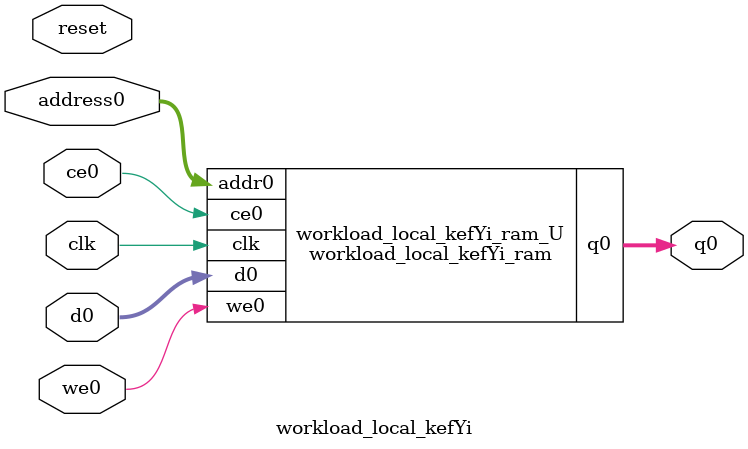
<source format=v>

`timescale 1 ns / 1 ps
module workload_local_kefYi_ram (addr0, ce0, d0, we0, q0,  clk);

parameter DWIDTH = 8;
parameter AWIDTH = 5;
parameter MEM_SIZE = 32;

input[AWIDTH-1:0] addr0;
input ce0;
input[DWIDTH-1:0] d0;
input we0;
output reg[DWIDTH-1:0] q0;
input clk;

(* ram_style = "distributed" *)reg [DWIDTH-1:0] ram[0:MEM_SIZE-1];




always @(posedge clk)  
begin 
    if (ce0) 
    begin
        if (we0) 
        begin 
            ram[addr0] <= d0; 
            q0 <= 8'h1a;//d0;
        end 
        else 
            q0 <= 8'h1b;//ram[addr0];
    end
end


endmodule


`timescale 1 ns / 1 ps
module workload_local_kefYi(
    reset,
    clk,
    address0,
    ce0,
    we0,
    d0,
    q0);

parameter DataWidth = 32'd8;
parameter AddressRange = 32'd32;
parameter AddressWidth = 32'd5;
input reset;
input clk;
input[AddressWidth - 1:0] address0;
input ce0;
input we0;
input[DataWidth - 1:0] d0;
output[DataWidth - 1:0] q0;



workload_local_kefYi_ram workload_local_kefYi_ram_U(
    .clk( clk ),
    .addr0( address0 ),
    .ce0( ce0 ),
    .we0( we0 ),
    .d0( d0 ),
    .q0( q0 ));

endmodule


</source>
